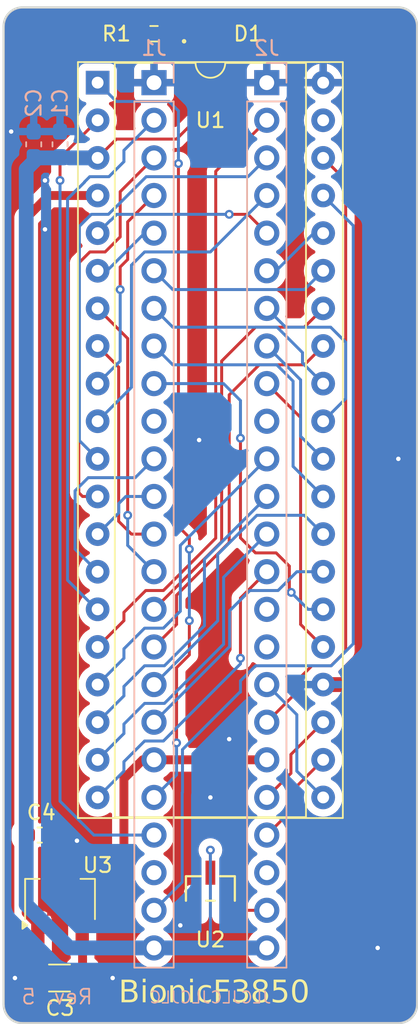
<source format=kicad_pcb>
(kicad_pcb (version 20221018) (generator pcbnew)
  (title_block (title "BionicF3850") (date "2024-04-24") (rev "5") (company "Tadashi G. Takaoka"))
  (layers (0 "F.Cu" signal) (31 "B.Cu" signal) (34 "B.Paste" user) (35 "F.Paste" user) (36 "B.SilkS" user "B.Silkscreen") (37 "F.SilkS" user "F.Silkscreen") (38 "B.Mask" user) (39 "F.Mask" user) (44 "Edge.Cuts" user))
  (net 0 "")
  (net 1 "VCC")
  (net 2 "GND")
  (net 3 "/P53")
  (net 4 "/P26")
  (net 5 "Net-(U1-VGG)")
  (net 6 "/P27")
  (net 7 "/P46")
  (net 9 "+15V")
  (net 10 "/P24")
  (net 11 "/P23")
  (net 12 "/P22")
  (net 13 "/P21")
  (net 14 "/P20")
  (net 15 "/P34")
  (net 17 "/P35")
  (net 18 "/P17")
  (net 19 "/P36")
  (net 20 "/P16")
  (net 21 "/P47")
  (net 22 "/P15")
  (net 23 "/P40")
  (net 24 "/P14")
  (net 25 "/P41")
  (net 26 "/P13")
  (net 27 "/P42")
  (net 28 "/P12")
  (net 29 "/P11")
  (net 30 "/P10")
  (net 31 "/P33")
  (net 32 "/P32")
  (net 33 "/P31")
  (net 34 "/P30")
  (net 35 "/P55")
  (net 36 "/P37")
  (net 37 "/P25")
  (net 38 "/P54")
  (net 39 "/P50")
  (net 40 "/P43")
  (net 42 "/P51")
  (net 43 "Net-(J2-P57)")
  (net 48 "Net-(D1-K)")
  (footprint "Capacitor_SMD:C_1206_3216Metric_Pad1.33x1.80mm_HandSolder" (layer "F.Cu") (at 104.7715 135.532 180)
    (fp_text reference "C3" (at -0.0385 -2.032) (layer "F.SilkS"))
    (fp_text value "0.33u")
    (fp_line (start -0.711252 -0.91) (end 0.711252 -0.91) (stroke (width 0.12)) (layer "F.SilkS"))
    (fp_line (start -0.711252 0.91) (end 0.711252 0.91) (stroke (width 0.12)) (layer "F.SilkS"))
    (pad "1" smd roundrect (at -1.5625 0 180) (size 1.325 1.8) (layers "F.Cu" "F.Paste" "F.Mask") (roundrect_rratio 0.1886792453) (net 9 "+15V"))
    (pad "2" smd roundrect (at 1.5625 0 180) (size 1.325 1.8) (layers "F.Cu" "F.Paste" "F.Mask") (roundrect_rratio 0.1886792453) (net 2 "GND"))
  )
  (footprint "Capacitor_SMD:C_0603_1608Metric_Pad1.08x0.95mm_HandSolder" (layer "F.Cu") (at 103.4395 125.88)
    (fp_text reference "C4" (at 0.1005 -1.524) (layer "F.SilkS"))
    (fp_text value "0.1u")
    (fp_line (start -0.146267 -0.51) (end 0.146267 -0.51) (stroke (width 0.12)) (layer "F.SilkS"))
    (fp_line (start -0.146267 0.51) (end 0.146267 0.51) (stroke (width 0.12)) (layer "F.SilkS"))
    (pad "1" smd roundrect (at -0.8625 0) (size 1.075 0.95) (layers "F.Cu" "F.Paste" "F.Mask") (net 5 "Net-(U1-VGG)"))
    (pad "2" smd roundrect (at 0.8625 0) (size 1.075 0.95) (layers "F.Cu" "F.Paste" "F.Mask") (net 2 "GND"))
  )
  (footprint "0-LocalLibrary:LED_CSL1901UW1_ROM" (layer "F.Cu") (at 114.97 71.778)
    (fp_text reference "D1" (at 2.54 0 unlocked) (layer "F.SilkS"))
    (fp_text value "CSL1901UW1")
    (fp_circle (center -1.778 0.508) (end -1.7018 0.508) (stroke (width 0.1524)) (fill none) (layer "F.SilkS"))
    (pad "1" smd rect (at -0.7747 0) (size 0.762 0.7112) (layers "F.Cu" "F.Paste" "F.Mask") (net 48 "Net-(D1-K)"))
    (pad "2" smd rect (at 0.7747 0) (size 0.762 0.7112) (layers "F.Cu" "F.Paste" "F.Mask") (net 1 "VCC"))
    (zone (net 0) (net_name "") (layer "F.Cu") (connect_pads (clearance 0)) (min_thickness 0.254)
      (keepout (tracks not_allowed) (vias not_allowed) (pads allowed) (copperpour not_allowed) (footprints allowed))
      (fill (thermal_gap 0.508) (thermal_bridge_width 0.508))
      (polygon (pts (xy 114.6271 71.4224) (xy 115.3129 71.4224) (xy 115.3129 72.1336) (xy 114.6271 72.1336)))
    )
  )
  (footprint "Resistor_SMD:R_0603_1608Metric_Pad0.98x0.95mm_HandSolder" (layer "F.Cu") (at 111.16 71.778 180)
    (fp_text reference "R1" (at 2.54 0) (layer "F.SilkS"))
    (fp_text value "1.6k")
    (fp_line (start -0.254724 -0.5225) (end 0.254724 -0.5225) (stroke (width 0.12)) (layer "F.SilkS"))
    (fp_line (start -0.254724 0.5225) (end 0.254724 0.5225) (stroke (width 0.12)) (layer "F.SilkS"))
    (pad "1" smd roundrect (at -0.9125 0 180) (size 0.975 0.95) (layers "F.Cu" "F.Paste" "F.Mask") (net 48 "Net-(D1-K)"))
    (pad "2" smd roundrect (at 0.9125 0 180) (size 0.975 0.95) (layers "F.Cu" "F.Paste" "F.Mask") (net 2 "GND"))
  )
  (footprint "0-LocalLibrary:DIP-40_W15.24mm_Socket" (layer "F.Cu") (at 107.35 75.08)
    (fp_text reference "U1" (at 7.62 2.54) (layer "F.SilkS"))
    (fp_text value "F3850")
    (fp_line (start -1.33 -1.39) (end -1.33 49.65) (stroke (width 0.12)) (layer "F.SilkS"))
    (fp_line (start -1.33 49.65) (end 16.57 49.65) (stroke (width 0.12)) (layer "F.SilkS"))
    (fp_line (start 1.16 -1.33) (end 1.16 49.59) (stroke (width 0.12)) (layer "F.SilkS"))
    (fp_line (start 1.16 49.59) (end 14.08 49.59) (stroke (width 0.12)) (layer "F.SilkS"))
    (fp_line (start 6.62 -1.33) (end 1.16 -1.33) (stroke (width 0.12)) (layer "F.SilkS"))
    (fp_line (start 14.08 -1.33) (end 8.62 -1.33) (stroke (width 0.12)) (layer "F.SilkS"))
    (fp_line (start 14.08 49.59) (end 14.08 -1.33) (stroke (width 0.12)) (layer "F.SilkS"))
    (fp_line (start 16.57 -1.39) (end -1.33 -1.39) (stroke (width 0.12)) (layer "F.SilkS"))
    (fp_line (start 16.57 49.65) (end 16.57 -1.39) (stroke (width 0.12)) (layer "F.SilkS"))
    (fp_arc (start 8.62 -1.33) (mid 7.62 -0.33) (end 6.62 -1.33) (stroke (width 0.12)) (layer "F.SilkS"))
    (pad "1" thru_hole rect locked (at 0 0) (size 1.6 1.6) (drill 0.8) (layers "*.Cu" "*.Mask") (net 39 "/P50"))
    (pad "2" thru_hole oval locked (at 0 2.54) (size 1.6 1.6) (drill 0.8) (layers "*.Cu" "*.Mask") (net 42 "/P51"))
    (pad "3" thru_hole oval locked (at 0 5.08) (size 1.6 1.6) (drill 0.8) (layers "*.Cu" "*.Mask") (net 1 "VCC"))
    (pad "4" thru_hole oval locked (at 0 7.62) (size 1.6 1.6) (drill 0.8) (layers "*.Cu" "*.Mask") (net 5 "Net-(U1-VGG)"))
    (pad "5" thru_hole oval locked (at 0 10.16) (size 1.6 1.6) (drill 0.8) (layers "*.Cu" "*.Mask") (net 11 "/P23"))
    (pad "6" thru_hole oval locked (at 0 12.7) (size 1.6 1.6) (drill 0.8) (layers "*.Cu" "*.Mask") (net 26 "/P13"))
    (pad "7" thru_hole oval locked (at 0 15.24) (size 1.6 1.6) (drill 0.8) (layers "*.Cu" "*.Mask") (net 31 "/P33"))
    (pad "8" thru_hole oval locked (at 0 17.78) (size 1.6 1.6) (drill 0.8) (layers "*.Cu" "*.Mask") (net 32 "/P32"))
    (pad "9" thru_hole oval locked (at 0 20.32) (size 1.6 1.6) (drill 0.8) (layers "*.Cu" "*.Mask") (net 28 "/P12"))
    (pad "10" thru_hole oval locked (at 0 22.86) (size 1.6 1.6) (drill 0.8) (layers "*.Cu" "*.Mask") (net 12 "/P22"))
    (pad "11" thru_hole oval locked (at 0 25.4) (size 1.6 1.6) (drill 0.8) (layers "*.Cu" "*.Mask") (net 13 "/P21"))
    (pad "12" thru_hole oval locked (at 0 27.94) (size 1.6 1.6) (drill 0.8) (layers "*.Cu" "*.Mask") (net 29 "/P11"))
    (pad "13" thru_hole oval locked (at 0 30.48) (size 1.6 1.6) (drill 0.8) (layers "*.Cu" "*.Mask") (net 33 "/P31"))
    (pad "14" thru_hole oval locked (at 0 33.02) (size 1.6 1.6) (drill 0.8) (layers "*.Cu" "*.Mask") (net 34 "/P30"))
    (pad "15" thru_hole oval locked (at 0 35.56) (size 1.6 1.6) (drill 0.8) (layers "*.Cu" "*.Mask") (net 30 "/P10"))
    (pad "16" thru_hole oval locked (at 0 38.1) (size 1.6 1.6) (drill 0.8) (layers "*.Cu" "*.Mask") (net 14 "/P20"))
    (pad "17" thru_hole oval locked (at 0 40.64) (size 1.6 1.6) (drill 0.8) (layers "*.Cu" "*.Mask") (net 23 "/P40"))
    (pad "18" thru_hole oval locked (at 0 43.18) (size 1.6 1.6) (drill 0.8) (layers "*.Cu" "*.Mask") (net 25 "/P41"))
    (pad "19" thru_hole oval locked (at 0 45.72) (size 1.6 1.6) (drill 0.8) (layers "*.Cu" "*.Mask") (net 27 "/P42"))
    (pad "20" thru_hole oval locked (at 0 48.26) (size 1.6 1.6) (drill 0.8) (layers "*.Cu" "*.Mask") (net 40 "/P43"))
    (pad "21" thru_hole oval locked (at 15.24 48.26) (size 1.6 1.6) (drill 0.8) (layers "*.Cu" "*.Mask") (net 7 "/P46"))
    (pad "22" thru_hole oval locked (at 15.24 45.72) (size 1.6 1.6) (drill 0.8) (layers "*.Cu" "*.Mask") (net 38 "/P54"))
    (pad "23" thru_hole oval locked (at 15.24 43.18) (size 1.6 1.6) (drill 0.8) (layers "*.Cu" "*.Mask") (net 35 "/P55"))
    (pad "24" thru_hole oval locked (at 15.24 40.64) (size 1.6 1.6) (drill 0.8) (layers "*.Cu" "*.Mask") (net 2 "GND"))
    (pad "25" thru_hole oval locked (at 15.24 38.1) (size 1.6 1.6) (drill 0.8) (layers "*.Cu" "*.Mask") (net 6 "/P27"))
    (pad "26" thru_hole oval locked (at 15.24 35.56) (size 1.6 1.6) (drill 0.8) (layers "*.Cu" "*.Mask") (net 18 "/P17"))
    (pad "27" thru_hole oval locked (at 15.24 33.02) (size 1.6 1.6) (drill 0.8) (layers "*.Cu" "*.Mask") (net 36 "/P37"))
    (pad "28" thru_hole oval locked (at 15.24 30.48) (size 1.6 1.6) (drill 0.8) (layers "*.Cu" "*.Mask") (net 19 "/P36"))
    (pad "29" thru_hole oval locked (at 15.24 27.94) (size 1.6 1.6) (drill 0.8) (layers "*.Cu" "*.Mask") (net 20 "/P16"))
    (pad "30" thru_hole oval locked (at 15.24 25.4) (size 1.6 1.6) (drill 0.8) (layers "*.Cu" "*.Mask") (net 4 "/P26"))
    (pad "31" thru_hole oval locked (at 15.24 22.86) (size 1.6 1.6) (drill 0.8) (layers "*.Cu" "*.Mask") (net 37 "/P25"))
    (pad "32" thru_hole oval locked (at 15.24 20.32) (size 1.6 1.6) (drill 0.8) (layers "*.Cu" "*.Mask") (net 22 "/P15"))
    (pad "33" thru_hole oval locked (at 15.24 17.78) (size 1.6 1.6) (drill 0.8) (layers "*.Cu" "*.Mask") (net 17 "/P35"))
    (pad "34" thru_hole oval locked (at 15.24 15.24) (size 1.6 1.6) (drill 0.8) (layers "*.Cu" "*.Mask") (net 15 "/P34"))
    (pad "35" thru_hole oval locked (at 15.24 12.7) (size 1.6 1.6) (drill 0.8) (layers "*.Cu" "*.Mask") (net 24 "/P14"))
    (pad "36" thru_hole oval locked (at 15.24 10.16) (size 1.6 1.6) (drill 0.8) (layers "*.Cu" "*.Mask") (net 10 "/P24"))
    (pad "37" thru_hole oval locked (at 15.24 7.62) (size 1.6 1.6) (drill 0.8) (layers "*.Cu" "*.Mask") (net 3 "/P53"))
    (pad "38" thru_hole oval locked (at 15.24 5.08) (size 1.6 1.6) (drill 0.8) (layers "*.Cu" "*.Mask") (net 21 "/P47"))
    (pad "39" thru_hole oval locked (at 15.24 2.54) (size 1.6 1.6) (drill 0.8) (layers "*.Cu" "*.Mask"))
    (pad "40" thru_hole oval locked (at 15.24 0) (size 1.6 1.6) (drill 0.8) (layers "*.Cu" "*.Mask") (net 2 "GND"))
  )
  (footprint "0-LocalLibrary:SOT-23_MC_MCH-M" (layer "F.Cu") (at 114.97 129.486)
    (fp_text reference "U2" (at 0 3.4544 unlocked) (layer "F.SilkS"))
    (fp_text value "11AA010-I/TT")
    (fp_line (start -1.652 -0.827) (end -1.652 0.827) (stroke (width 0.1524)) (layer "F.SilkS"))
    (fp_line (start -0.66294 -0.827) (end -1.652 -0.827) (stroke (width 0.1524)) (layer "F.SilkS"))
    (fp_line (start -0.287061 0.827) (end 0.287061 0.827) (stroke (width 0.1524)) (layer "F.SilkS"))
    (fp_line (start 1.652 -0.827) (end 0.66294 -0.827) (stroke (width 0.1524)) (layer "F.SilkS"))
    (fp_line (start 1.652 0.827) (end 1.652 -0.827) (stroke (width 0.1524)) (layer "F.SilkS"))
    (pad "1" smd rect (at -0.950001 1.066) (size 0.6604 1.6256) (layers "F.Cu" "F.Paste" "F.Mask") (net 2 "GND"))
    (pad "2" smd rect (at 0.950001 1.066) (size 0.6604 1.6256) (layers "F.Cu" "F.Paste" "F.Mask") (net 43 "Net-(J2-P57)"))
    (pad "3" smd rect (at 0 -1.066) (size 0.6604 1.6256) (layers "F.Cu" "F.Paste" "F.Mask") (net 1 "VCC"))
  )
  (footprint "0-LocalLibrary:SOT-89-3_Handsoldering" (layer "F.Cu") (at 104.81 130.198 90)
    (fp_text reference "U3" (at 2.286 2.54 180) (layer "F.SilkS"))
    (fp_text value "LM78L12")
    (fp_line (start -1.36 -2.36) (end 1.36 -2.36) (stroke (width 0.12)) (layer "F.SilkS"))
    (fp_line (start -1.22 -2.36) (end 1.36 -2.36) (stroke (width 0.12)) (layer "F.SilkS"))
    (fp_line (start 1.36 -1.38) (end 1.36 -2.36) (stroke (width 0.12)) (layer "F.SilkS"))
    (fp_line (start 1.36 1.38) (end 1.36 2.36) (stroke (width 0.12)) (layer "F.SilkS"))
    (fp_line (start 1.36 2.36) (end -1.36 2.36) (stroke (width 0.12)) (layer "F.SilkS"))
    (fp_poly (pts (xy -1.77 -2.21) (xy -2.01 -2.54) (xy -1.53 -2.54) (xy -1.77 -2.21)) (stroke (width 0.12)) (fill solid) (layer "F.SilkS"))
    (pad "1" smd roundrect (at -2.45 -1.5 90) (size 2.3 0.9) (layers "F.Cu" "F.Paste" "F.Mask") (net 5 "Net-(U1-VGG)"))
    (pad "2" smd custom (at -2.3625 0 90) (size 2.475 0.9) (layers "F.Cu" "F.Paste" "F.Mask") (net 2 "GND") (options (clearance outline) (anchor rect)) (primitives (gr_poly (pts (xy 5.3625 0.8665) (xy 1.2375 0.8665) (xy 1.2375 -0.8665) (xy 5.3625 -0.8665)) (width 0) (fill yes))))
    (pad "3" smd roundrect (at -2.45 1.5 90) (size 2.3 0.9) (layers "F.Cu" "F.Paste" "F.Mask") (net 9 "+15V"))
  )
  (footprint "Capacitor_SMD:C_0603_1608Metric_Pad1.08x0.95mm_HandSolder" (layer "B.Cu") (at 103.032 79.2445 90)
    (fp_text reference "C2" (at 2.794 0 90) (layer "B.SilkS") (effects (justify mirror)))
    (fp_text value "22u")
    (fp_line (start -0.146267 -0.51) (end 0.146267 -0.51) (stroke (width 0.12)) (layer "B.SilkS"))
    (fp_line (start -0.146267 0.51) (end 0.146267 0.51) (stroke (width 0.12)) (layer "B.SilkS"))
    (pad "1" smd roundrect (at -0.8625 0 90) (size 1.075 0.95) (layers "B.Cu" "B.Paste" "B.Mask") (net 1 "VCC"))
    (pad "2" smd roundrect (at 0.8625 0 90) (size 1.075 0.95) (layers "B.Cu" "B.Paste" "B.Mask") (net 2 "GND"))
  )
  (footprint "Capacitor_SMD:C_0603_1608Metric_Pad1.08x0.95mm_HandSolder" (layer "B.Cu") (at 104.81 79.2445 90)
    (fp_text reference "C1" (at 2.794 0 90) (layer "B.SilkS") (effects (justify mirror)))
    (fp_text value "0.1u")
    (fp_line (start -0.146267 -0.51) (end 0.146267 -0.51) (stroke (width 0.12)) (layer "B.SilkS"))
    (fp_line (start -0.146267 0.51) (end 0.146267 0.51) (stroke (width 0.12)) (layer "B.SilkS"))
    (pad "1" smd roundrect (at -0.8625 0 90) (size 1.075 0.95) (layers "B.Cu" "B.Paste" "B.Mask") (net 1 "VCC"))
    (pad "2" smd roundrect (at 0.8625 0 90) (size 1.075 0.95) (layers "B.Cu" "B.Paste" "B.Mask") (net 2 "GND"))
  )
  (footprint "0-LocalLibrary:Bionic-P135_Vertical" (layer "B.Cu") (at 111.16 75.08 180)
    (fp_text reference "J1" (at 0 2.33) (layer "B.SilkS") (effects (justify mirror)))
    (fp_text value "Bionic-P135")
    (fp_line (start -1.33 -59.75) (end 1.33 -59.75) (stroke (width 0.12)) (layer "B.SilkS"))
    (fp_line (start -1.33 -1.27) (end -1.33 -59.75) (stroke (width 0.12)) (layer "B.SilkS"))
    (fp_line (start -1.33 -1.27) (end 1.33 -1.27) (stroke (width 0.12)) (layer "B.SilkS"))
    (fp_line (start -1.33 0) (end -1.33 1.33) (stroke (width 0.12)) (layer "B.SilkS"))
    (fp_line (start -1.33 1.33) (end 0 1.33) (stroke (width 0.12)) (layer "B.SilkS"))
    (fp_line (start 1.33 -1.27) (end 1.33 -59.75) (stroke (width 0.12)) (layer "B.SilkS"))
    (pad "1" thru_hole rect locked (at 0 0 180) (size 1.7 1.7) (drill 1) (layers "*.Cu" "*.Mask") (net 2 "GND"))
    (pad "2" thru_hole oval locked (at 0 -2.54 180) (size 1.7 1.7) (drill 1) (layers "*.Cu" "*.Mask") (net 30 "/P10"))
    (pad "3" thru_hole oval locked (at 0 -5.08 180) (size 1.7 1.7) (drill 1) (layers "*.Cu" "*.Mask") (net 29 "/P11"))
    (pad "4" thru_hole oval locked (at 0 -7.62 180) (size 1.7 1.7) (drill 1) (layers "*.Cu" "*.Mask") (net 28 "/P12"))
    (pad "5" thru_hole oval locked (at 0 -10.16 180) (size 1.7 1.7) (drill 1) (layers "*.Cu" "*.Mask") (net 26 "/P13"))
    (pad "6" thru_hole oval locked (at 0 -12.7 180) (size 1.7 1.7) (drill 1) (layers "*.Cu" "*.Mask") (net 24 "/P14"))
    (pad "7" thru_hole oval locked (at 0 -15.24 180) (size 1.7 1.7) (drill 1) (layers "*.Cu" "*.Mask") (net 22 "/P15"))
    (pad "8" thru_hole oval locked (at 0 -17.78 180) (size 1.7 1.7) (drill 1) (layers "*.Cu" "*.Mask") (net 20 "/P16"))
    (pad "9" thru_hole oval locked (at 0 -20.32 180) (size 1.7 1.7) (drill 1) (layers "*.Cu" "*.Mask") (net 18 "/P17"))
    (pad "10" thru_hole oval locked (at 0 -22.86 180) (size 1.7 1.7) (drill 1) (layers "*.Cu" "*.Mask"))
    (pad "11" thru_hole oval locked (at 0 -25.4 180) (size 1.7 1.7) (drill 1) (layers "*.Cu" "*.Mask") (net 34 "/P30"))
    (pad "12" thru_hole oval locked (at 0 -27.94 180) (size 1.7 1.7) (drill 1) (layers "*.Cu" "*.Mask") (net 33 "/P31"))
    (pad "13" thru_hole oval locked (at 0 -30.48 180) (size 1.7 1.7) (drill 1) (layers "*.Cu" "*.Mask") (net 32 "/P32"))
    (pad "14" thru_hole oval locked (at 0 -33.02 180) (size 1.7 1.7) (drill 1) (layers "*.Cu" "*.Mask") (net 31 "/P33"))
    (pad "15" thru_hole oval locked (at 0 -35.56 180) (size 1.7 1.7) (drill 1) (layers "*.Cu" "*.Mask") (net 15 "/P34"))
    (pad "16" thru_hole oval locked (at 0 -38.1 180) (size 1.7 1.7) (drill 1) (layers "*.Cu" "*.Mask") (net 17 "/P35"))
    (pad "17" thru_hole oval locked (at 0 -40.64 180) (size 1.7 1.7) (drill 1) (layers "*.Cu" "*.Mask") (net 19 "/P36"))
    (pad "18" thru_hole oval locked (at 0 -43.18 180) (size 1.7 1.7) (drill 1) (layers "*.Cu" "*.Mask") (net 36 "/P37"))
    (pad "19" thru_hole oval locked (at 0 -45.72 180) (size 1.7 1.7) (drill 1) (layers "*.Cu" "*.Mask") (net 9 "+15V"))
    (pad "20" thru_hole oval locked (at 0 -48.26 180) (size 1.7 1.7) (drill 1) (layers "*.Cu" "*.Mask") (net 39 "/P50"))
    (pad "21" thru_hole oval locked (at 0 -50.8 180) (size 1.7 1.7) (drill 1) (layers "*.Cu" "*.Mask") (net 42 "/P51"))
    (pad "22" thru_hole oval locked (at 0 -53.34 180) (size 1.7 1.7) (drill 1) (layers "*.Cu" "*.Mask"))
    (pad "23" thru_hole oval locked (at 0 -55.88 180) (size 1.7 1.7) (drill 1) (layers "*.Cu" "*.Mask") (net 3 "/P53"))
    (pad "24" thru_hole oval locked (at 0 -58.42 180) (size 1.7 1.7) (drill 1) (layers "*.Cu" "*.Mask") (net 1 "VCC"))
  )
  (footprint "0-LocalLibrary:Bionic-P245_Vertical" (layer "B.Cu") (at 118.78 75.08 180)
    (fp_text reference "J2" (at 0 2.33) (layer "B.SilkS") (effects (justify mirror)))
    (fp_text value "Bionic-P245")
    (fp_line (start -1.33 -59.75) (end 1.33 -59.75) (stroke (width 0.12)) (layer "B.SilkS"))
    (fp_line (start -1.33 -1.27) (end -1.33 -59.75) (stroke (width 0.12)) (layer "B.SilkS"))
    (fp_line (start -1.33 -1.27) (end 1.33 -1.27) (stroke (width 0.12)) (layer "B.SilkS"))
    (fp_line (start -1.33 0) (end -1.33 1.33) (stroke (width 0.12)) (layer "B.SilkS"))
    (fp_line (start -1.33 1.33) (end 0 1.33) (stroke (width 0.12)) (layer "B.SilkS"))
    (fp_line (start 1.33 -1.27) (end 1.33 -59.75) (stroke (width 0.12)) (layer "B.SilkS"))
    (pad "25" thru_hole oval locked (at 0 -58.42 180) (size 1.7 1.7) (drill 1) (layers "*.Cu" "*.Mask") (net 1 "VCC"))
    (pad "26" thru_hole oval locked (at 0 -55.88 180) (size 1.7 1.7) (drill 1) (layers "*.Cu" "*.Mask") (net 43 "Net-(J2-P57)"))
    (pad "27" thru_hole oval locked (at 0 -53.34 180) (size 1.7 1.7) (drill 1) (layers "*.Cu" "*.Mask"))
    (pad "28" thru_hole oval locked (at 0 -50.8 180) (size 1.7 1.7) (drill 1) (layers "*.Cu" "*.Mask") (net 38 "/P54"))
    (pad "29" thru_hole oval locked (at 0 -48.26 180) (size 1.7 1.7) (drill 1) (layers "*.Cu" "*.Mask") (net 35 "/P55"))
    (pad "30" thru_hole oval locked (at 0 -45.72 180) (size 1.7 1.7) (drill 1) (layers "*.Cu" "*.Mask") (net 9 "+15V"))
    (pad "31" thru_hole oval locked (at 0 -43.18 180) (size 1.7 1.7) (drill 1) (layers "*.Cu" "*.Mask") (net 21 "/P47"))
    (pad "32" thru_hole oval locked (at 0 -40.64 180) (size 1.7 1.7) (drill 1) (layers "*.Cu" "*.Mask") (net 7 "/P46"))
    (pad "33" thru_hole oval locked (at 0 -38.1 180) (size 1.7 1.7) (drill 1) (layers "*.Cu" "*.Mask"))
    (pad "34" thru_hole oval locked (at 0 -35.56 180) (size 1.7 1.7) (drill 1) (layers "*.Cu" "*.Mask"))
    (pad "35" thru_hole oval locked (at 0 -33.02 180) (size 1.7 1.7) (drill 1) (layers "*.Cu" "*.Mask") (net 40 "/P43"))
    (pad "36" thru_hole oval locked (at 0 -30.48 180) (size 1.7 1.7) (drill 1) (layers "*.Cu" "*.Mask") (net 27 "/P42"))
    (pad "37" thru_hole oval locked (at 0 -27.94 180) (size 1.7 1.7) (drill 1) (layers "*.Cu" "*.Mask") (net 25 "/P41"))
    (pad "38" thru_hole oval locked (at 0 -25.4 180) (size 1.7 1.7) (drill 1) (layers "*.Cu" "*.Mask") (net 23 "/P40"))
    (pad "39" thru_hole oval locked (at 0 -22.86 180) (size 1.7 1.7) (drill 1) (layers "*.Cu" "*.Mask"))
    (pad "40" thru_hole oval locked (at 0 -20.32 180) (size 1.7 1.7) (drill 1) (layers "*.Cu" "*.Mask") (net 6 "/P27"))
    (pad "41" thru_hole oval locked (at 0 -17.78 180) (size 1.7 1.7) (drill 1) (layers "*.Cu" "*.Mask") (net 4 "/P26"))
    (pad "42" thru_hole oval locked (at 0 -15.24 180) (size 1.7 1.7) (drill 1) (layers "*.Cu" "*.Mask") (net 37 "/P25"))
    (pad "43" thru_hole oval locked (at 0 -12.7 180) (size 1.7 1.7) (drill 1) (layers "*.Cu" "*.Mask") (net 10 "/P24"))
    (pad "44" thru_hole oval locked (at 0 -10.16 180) (size 1.7 1.7) (drill 1) (layers "*.Cu" "*.Mask") (net 11 "/P23"))
    (pad "45" thru_hole oval locked (at 0 -7.62 180) (size 1.7 1.7) (drill 1) (layers "*.Cu" "*.Mask") (net 12 "/P22"))
    (pad "46" thru_hole oval locked (at 0 -5.08 180) (size 1.7 1.7) (drill 1) (layers "*.Cu" "*.Mask") (net 13 "/P21"))
    (pad "47" thru_hole oval locked (at 0 -2.54 180) (size 1.7 1.7) (drill 1) (layers "*.Cu" "*.Mask") (net 14 "/P20"))
    (pad "48" thru_hole rect locked (at 0 0 180) (size 1.7 1.7) (drill 1) (layers "*.Cu" "*.Mask") (net 2 "GND"))
  )
  (gr_arc (start 128.94 137.31) (mid 128.568026 138.208026) (end 127.67 138.58) (stroke (width 0.15)) (layer "Edge.Cuts"))
  (gr_line (start 101 71.27) (end 101 137.31) (stroke (width 0.15)) (layer "Edge.Cuts"))
  (gr_arc (start 102.27 138.58) (mid 101.371974 138.208026) (end 101 137.31) (stroke (width 0.15)) (layer "Edge.Cuts"))
  (gr_arc (start 127.67 70) (mid 128.568026 70.371974) (end 128.94 71.27) (stroke (width 0.15)) (layer "Edge.Cuts"))
  (gr_line (start 102.27 138.58) (end 127.67 138.58) (stroke (width 0.15)) (layer "Edge.Cuts"))
  (gr_arc (start 101 71.27) (mid 101.371974 70.371974) (end 102.27 70) (stroke (width 0.15)) (layer "Edge.Cuts"))
  (gr_line (start 128.94 137.31) (end 128.94 71.27) (stroke (width 0.15)) (layer "Edge.Cuts"))
  (gr_line (start 127.67 70) (end 102.27 70) (stroke (width 0.15)) (layer "Edge.Cuts"))
  (gr_text "JLCJLCJLCJLC" (at 114.97 137.31) (layer "B.SilkS") (effects (font (size 0.8 0.8)) (justify bottom mirror)))
  (gr_text "Rev. 5" (at 107.096 136.802) (layer "B.SilkS") (effects (font (size 1 1)) (justify left mirror)))
  (gr_text "BionicF3850" (at 115.224 136.548) (layer "F.SilkS") (effects (font (size 1.5 1.5))))
  (segment (start 112.684 78.89) (end 115.7447 75.8293) (width 0.2) (layer "F.Cu") (net 1))
  (segment (start 115.7447 75.8293) (end 115.7447 71.778) (width 0.2) (layer "F.Cu") (net 1))
  (segment (start 107.35 80.16) (end 108.62 78.89) (width 0.2) (layer "F.Cu") (net 1))
  (segment (start 114.97 128.624) (end 114.97 126.896) (width 0.2) (layer "F.Cu") (net 1))
  (segment (start 108.62 78.89) (end 112.684 78.89) (width 0.2) (layer "F.Cu") (net 1))
  (via (at 114.97 126.896) (size 0.6) (drill 0.3) (layers "F.Cu" "B.Cu") (net 1))
  (segment (start 111.16 133.5) (end 105.445 133.5) (width 1) (layer "B.Cu") (net 1))
  (segment (start 102.524 80.922) (end 103.286 80.16) (width 1) (layer "B.Cu") (net 1))
  (segment (start 104.9635 80.16) (end 104.81 80.0065) (width 0.2) (layer "B.Cu") (net 1))
  (segment (start 105.064 80.16) (end 104.9635 80.16) (width 0.2) (layer "B.Cu") (net 1))
  (segment (start 111.16 133.5) (end 118.78 133.5) (width 1) (layer "B.Cu") (net 1))
  (segment (start 102.524 130.579) (end 102.524 80.922) (width 1) (layer "B.Cu") (net 1))
  (segment (start 114.97 126.896) (end 114.97 133.5) (width 0.2) (layer "B.Cu") (net 1))
  (segment (start 103.286 80.16) (end 105.064 80.16) (width 1) (layer "B.Cu") (net 1))
  (segment (start 105.445 80.16) (end 107.35 80.16) (width 1) (layer "B.Cu") (net 1))
  (segment (start 105.445 133.5) (end 102.524 130.579) (width 1) (layer "B.Cu") (net 1))
  (segment (start 105.445 80.16) (end 105.064 80.16) (width 0.2) (layer "B.Cu") (net 1))
  (segment (start 122.59 115.72) (end 124.876 115.72) (width 1) (layer "F.Cu") (net 2))
  (via (at 103.794 81.684) (size 0.6) (drill 0.3) (layers "F.Cu" "B.Cu") (net 2))
  (via (at 127.67 100.48) (size 0.6) (drill 0.3) (layers "F.Cu" "B.Cu") (net 2))
  (via (at 112.938 131.976) (size 0.6) (drill 0.3) (layers "F.Cu" "B.Cu") (net 2))
  (via (at 126.273 133.5) (size 0.6) (drill 0.3) (layers "F.Cu" "B.Cu") (net 2))
  (via (at 101.762 135.532) (size 0.6) (drill 0.3) (layers "F.Cu" "B.Cu") (net 2))
  (via (at 101.508 78.382) (size 0.6) (drill 0.3) (layers "F.Cu" "B.Cu") (net 2))
  (via (at 103.794 84.986) (size 0.6) (drill 0.3) (layers "F.Cu" "B.Cu") (net 2))
  (via (at 108.366 135.532) (size 0.6) (drill 0.3) (layers "F.Cu" "B.Cu") (net 2))
  (via (at 114.97 123.34) (size 0.6) (drill 0.3) (layers "F.Cu" "B.Cu") (net 2))
  (via (at 116.24 119.403) (size 0.6) (drill 0.3) (layers "F.Cu" "B.Cu") (net 2))
  (via (at 114.208 99.21) (size 0.6) (drill 0.3) (layers "F.Cu" "B.Cu") (net 2))
  (via (at 105.953 126.261) (size 0.6) (drill 0.3) (layers "F.Cu" "B.Cu") (net 2))
  (segment (start 113.065 129.055) (end 113.065 123.016686) (width 0.2) (layer "B.Cu") (net 3))
  (segment (start 123.13945 114.45) (end 124.622 112.96745) (width 0.2) (layer "B.Cu") (net 3))
  (segment (start 124.622 112.96745) (end 124.622 84.732) (width 0.2) (layer "B.Cu") (net 3))
  (segment (start 118.018 114.45) (end 123.13945 114.45) (width 0.2) (layer "B.Cu") (net 3))
  (segment (start 113.065 123.016686) (end 113.084 122.997685) (width 0.2) (layer "B.Cu") (net 3))
  (segment (start 117.002 116.228) (end 117.002 115.466) (width 0.2) (layer "B.Cu") (net 3))
  (segment (start 113.084 120.105529) (end 116.961529 116.228) (width 0.2) (layer "B.Cu") (net 3))
  (segment (start 117.002 115.466) (end 118.018 114.45) (width 0.2) (layer "B.Cu") (net 3))
  (segment (start 111.16 130.96) (end 113.065 129.055) (width 0.2) (layer "B.Cu") (net 3))
  (segment (start 124.622 84.732) (end 122.59 82.7) (width 0.2) (layer "B.Cu") (net 3))
  (segment (start 113.084 122.997685) (end 113.084 120.105529) (width 0.2) (layer "B.Cu") (net 3))
  (segment (start 116.961529 116.228) (end 117.002 116.228) (width 0.2) (layer "B.Cu") (net 3))
  (segment (start 122.59 100.48) (end 121.066 98.956) (width 0.2) (layer "B.Cu") (net 4))
  (segment (start 121.066 95.146) (end 118.78 92.86) (width 0.2) (layer "B.Cu") (net 4))
  (segment (start 121.066 98.956) (end 121.066 95.146) (width 0.2) (layer "B.Cu") (net 4))
  (segment (start 102.524 84.224) (end 104.048 82.7) (width 0.6) (layer "F.Cu") (net 5))
  (segment (start 103.31 132.648) (end 103.31 131.9238) (width 0.6) (layer "F.Cu") (net 5))
  (segment (start 102.524 131.1378) (end 102.524 84.224) (width 0.6) (layer "F.Cu") (net 5))
  (segment (start 103.31 131.9238) (end 102.524 131.1378) (width 0.6) (layer "F.Cu") (net 5))
  (segment (start 104.048 82.7) (end 107.35 82.7) (width 0.6) (layer "F.Cu") (net 5))
  (segment (start 121.066 111.656) (end 122.59 113.18) (width 0.2) (layer "F.Cu") (net 6))
  (segment (start 121.066 97.686) (end 121.066 111.656) (width 0.2) (layer "F.Cu") (net 6))
  (segment (start 118.78 95.4) (end 121.066 97.686) (width 0.2) (layer "F.Cu") (net 6))
  (segment (start 120.812 117.752) (end 120.812 121.562) (width 0.2) (layer "B.Cu") (net 7))
  (segment (start 120.812 121.562) (end 122.59 123.34) (width 0.2) (layer "B.Cu") (net 7))
  (segment (start 118.78 115.72) (end 120.812 117.752) (width 0.2) (layer "B.Cu") (net 7))
  (segment (start 118.78 120.8) (end 111.16 120.8) (width 0.6) (layer "F.Cu") (net 9))
  (segment (start 110.398 120.8) (end 109.128 122.07) (width 0.6) (layer "F.Cu") (net 9))
  (segment (start 109.128 128.928) (end 106.334 131.722) (width 0.6) (layer "F.Cu") (net 9))
  (segment (start 111.16 120.8) (end 110.398 120.8) (width 0.6) (layer "F.Cu") (net 9))
  (segment (start 109.128 122.07) (end 109.128 128.928) (width 0.6) (layer "F.Cu") (net 9))
  (segment (start 106.334 131.722) (end 106.334 135.532) (width 0.6) (layer "F.Cu") (net 9))
  (segment (start 118.78 87.78) (end 119.415 87.78) (width 0.2) (layer "B.Cu") (net 10))
  (segment (start 119.415 87.78) (end 121.955 85.24) (width 0.2) (layer "B.Cu") (net 10))
  (segment (start 121.955 85.24) (end 122.59 85.24) (width 0.2) (layer "B.Cu") (net 10))
  (segment (start 117.51 83.97) (end 118.78 85.24) (width 0.2) (layer "F.Cu") (net 11))
  (segment (start 116.24 83.97) (end 117.51 83.97) (width 0.2) (layer "F.Cu") (net 11))
  (via (at 116.24 83.97) (size 0.6) (drill 0.3) (layers "F.Cu" "B.Cu") (net 11))
  (segment (start 108.22 84.37) (end 107.35 85.24) (width 0.2) (layer "B.Cu") (net 11))
  (segment (start 108.644336 83.97) (end 108.244336 84.37) (width 0.2) (layer "B.Cu") (net 11))
  (segment (start 116.24 83.97) (end 108.644336 83.97) (width 0.2) (layer "B.Cu") (net 11))
  (segment (start 108.244336 84.37) (end 108.22 84.37) (width 0.2) (layer "B.Cu") (net 11))
  (segment (start 110.525 86.51) (end 109.636 87.399) (width 0.2) (layer "B.Cu") (net 12))
  (segment (start 114.97 86.51) (end 110.525 86.51) (width 0.2) (layer "B.Cu") (net 12))
  (segment (start 118.78 82.7) (end 114.97 86.51) (width 0.2) (layer "B.Cu") (net 12))
  (segment (start 109.636 95.654) (end 107.35 97.94) (width 0.2) (layer "B.Cu") (net 12))
  (segment (start 109.636 87.399) (end 109.636 95.654) (width 0.2) (layer "B.Cu") (net 12))
  (segment (start 117.51 81.43) (end 110.635325 81.43) (width 0.2) (layer "B.Cu") (net 13))
  (segment (start 106.9252 83.97) (end 106.118 84.7772) (width 0.2) (layer "B.Cu") (net 13))
  (segment (start 108.495325 83.57) (end 108.47865 83.57) (width 0.2) (layer "B.Cu") (net 13))
  (segment (start 108.47865 83.57) (end 108.07865 83.97) (width 0.2) (layer "B.Cu") (net 13))
  (segment (start 106.118 84.7772) (end 106.118 99.248) (width 0.2) (layer "B.Cu") (net 13))
  (segment (start 106.118 99.248) (end 107.35 100.48) (width 0.2) (layer "B.Cu") (net 13))
  (segment (start 110.635325 81.43) (end 108.495325 83.57) (width 0.2) (layer "B.Cu") (net 13))
  (segment (start 118.78 80.16) (end 117.51 81.43) (width 0.2) (layer "B.Cu") (net 13))
  (segment (start 108.07865 83.97) (end 106.9252 83.97) (width 0.2) (layer "B.Cu") (net 13))
  (segment (start 115.332 81.068) (end 115.332 105.833) (width 0.2) (layer "F.Cu") (net 14))
  (segment (start 110.600827 109.37) (end 109.128 110.842827) (width 0.2) (layer "F.Cu") (net 14))
  (segment (start 109.128 110.842827) (end 109.128 111.402) (width 0.2) (layer "F.Cu") (net 14))
  (segment (start 115.332 105.833) (end 111.795 109.37) (width 0.2) (layer "F.Cu") (net 14))
  (segment (start 109.128 111.402) (end 107.35 113.18) (width 0.2) (layer "F.Cu") (net 14))
  (segment (start 111.795 109.37) (end 110.600827 109.37) (width 0.2) (layer "F.Cu") (net 14))
  (segment (start 118.78 77.62) (end 115.332 81.068) (width 0.2) (layer "F.Cu") (net 14))
  (segment (start 122.59 90.32) (end 121.32 91.59) (width 0.2) (layer "F.Cu") (net 15))
  (segment (start 115.732 106.068) (end 111.16 110.64) (width 0.2) (layer "F.Cu") (net 15))
  (segment (start 118.018 91.59) (end 115.732 93.876) (width 0.2) (layer "F.Cu") (net 15))
  (segment (start 115.732 93.876) (end 115.732 106.068) (width 0.2) (layer "F.Cu") (net 15))
  (segment (start 121.32 91.59) (end 118.018 91.59) (width 0.2) (layer "F.Cu") (net 15))
  (segment (start 112.684 111.656) (end 111.16 113.18) (width 0.2) (layer "F.Cu") (net 17))
  (segment (start 116.24 106.125686) (end 112.684 109.681686) (width 0.2) (layer "F.Cu") (net 17))
  (segment (start 122.59 93.4573) (end 122.59 92.86) (width 0.2) (layer "F.Cu") (net 17))
  (segment (start 112.684 109.681686) (end 112.684 111.656) (width 0.2) (layer "F.Cu") (net 17))
  (segment (start 118.272 94.13) (end 116.24 96.162) (width 0.2) (layer "F.Cu") (net 17))
  (segment (start 121.32 94.13) (end 118.272 94.13) (width 0.2) (layer "F.Cu") (net 17))
  (segment (start 122.59 92.86) (end 121.32 94.13) (width 0.2) (layer "F.Cu") (net 17))
  (segment (start 116.24 96.162) (end 116.24 106.125686) (width 0.2) (layer "F.Cu") (net 17))
  (segment (start 119.415 106.83) (end 118.018 106.83) (width 0.2) (layer "F.Cu") (net 18))
  (segment (start 120.431 109.497) (end 120.304 109.37) (width 0.2) (layer "F.Cu") (net 18))
  (segment (start 120.304 109.37) (end 120.304 107.719) (width 0.2) (layer "F.Cu") (net 18))
  (segment (start 117.002 105.814) (end 117.002 99.083) (width 0.2) (layer "F.Cu") (net 18))
  (segment (start 118.018 106.83) (end 117.002 105.814) (width 0.2) (layer "F.Cu") (net 18))
  (segment (start 120.304 107.719) (end 119.415 106.83) (width 0.2) (layer "F.Cu") (net 18))
  (via (at 117.002 99.083) (size 0.6) (drill 0.3) (layers "F.Cu" "B.Cu") (net 18))
  (via (at 120.431 109.497) (size 0.6) (drill 0.3) (layers "F.Cu" "B.Cu") (net 18))
  (segment (start 117.002 96.543) (end 115.859 95.4) (width 0.2) (layer "B.Cu") (net 18))
  (segment (start 115.859 95.4) (end 111.16 95.4) (width 0.2) (layer "B.Cu") (net 18))
  (segment (start 120.431 109.497) (end 121.574 110.64) (width 0.2) (layer "B.Cu") (net 18))
  (segment (start 121.574 110.64) (end 122.59 110.64) (width 0.2) (layer "B.Cu") (net 18))
  (segment (start 117.002 99.083) (end 117.002 96.543) (width 0.2) (layer "B.Cu") (net 18))
  (segment (start 115.4633 106.937043) (end 118.110343 104.29) (width 0.2) (layer "B.Cu") (net 19))
  (segment (start 118.110343 104.29) (end 121.32 104.29) (width 0.2) (layer "B.Cu") (net 19))
  (segment (start 115.4633 111.4167) (end 115.4633 106.937043) (width 0.2) (layer "B.Cu") (net 19))
  (segment (start 111.16 115.72) (end 115.4633 111.4167) (width 0.2) (layer "B.Cu") (net 19))
  (segment (start 121.32 104.29) (end 122.59 105.56) (width 0.2) (layer "B.Cu") (net 19))
  (segment (start 112.43 94.13) (end 111.16 92.86) (width 0.2) (layer "B.Cu") (net 20))
  (segment (start 122.59 103.02) (end 120.558 100.988) (width 0.2) (layer "B.Cu") (net 20))
  (segment (start 120.558 95.2329) (end 119.4551 94.13) (width 0.2) (layer "B.Cu") (net 20))
  (segment (start 119.4551 94.13) (end 112.43 94.13) (width 0.2) (layer "B.Cu") (net 20))
  (segment (start 120.558 100.988) (end 120.558 95.2329) (width 0.2) (layer "B.Cu") (net 20))
  (segment (start 123.1224 114.45) (end 124.114 113.4584) (width 0.2) (layer "F.Cu") (net 21))
  (segment (start 124.114 113.4584) (end 124.114 81.684) (width 0.2) (layer "F.Cu") (net 21))
  (segment (start 124.114 81.684) (end 122.59 80.16) (width 0.2) (layer "F.Cu") (net 21))
  (segment (start 118.78 118.26) (end 120.939 116.101) (width 0.2) (layer "F.Cu") (net 21))
  (segment (start 120.939 116.101) (end 120.939 115.339) (width 0.2) (layer "F.Cu") (net 21))
  (segment (start 120.939 115.339) (end 121.828 114.45) (width 0.2) (layer "F.Cu") (net 21))
  (segment (start 121.828 114.45) (end 123.1224 114.45) (width 0.2) (layer "F.Cu") (net 21))
  (segment (start 119.4785 91.59) (end 121.193 93.3045) (width 0.2) (layer "B.Cu") (net 22))
  (segment (start 111.16 90.32) (end 112.43 91.59) (width 0.2) (layer "B.Cu") (net 22))
  (segment (start 121.193 94.003) (end 122.59 95.4) (width 0.2) (layer "B.Cu") (net 22))
  (segment (start 121.193 93.3045) (end 121.193 94.003) (width 0.2) (layer "B.Cu") (net 22))
  (segment (start 112.43 91.59) (end 119.4785 91.59) (width 0.2) (layer "B.Cu") (net 22))
  (segment (start 110.525 111.91) (end 109.128 113.307) (width 0.2) (layer "B.Cu") (net 23))
  (segment (start 118.78 100.48) (end 112.938 106.322) (width 0.2) (layer "B.Cu") (net 23))
  (segment (start 109.128 113.307) (end 109.128 113.942) (width 0.2) (layer "B.Cu") (net 23))
  (segment (start 109.128 113.942) (end 107.35 115.72) (width 0.2) (layer "B.Cu") (net 23))
  (segment (start 111.795 111.91) (end 110.525 111.91) (width 0.2) (layer "B.Cu") (net 23))
  (segment (start 112.938 110.767) (end 111.795 111.91) (width 0.2) (layer "B.Cu") (net 23))
  (segment (start 112.938 106.322) (end 112.938 110.767) (width 0.2) (layer "B.Cu") (net 23))
  (segment (start 112.43 89.05) (end 121.32 89.05) (width 0.2) (layer "B.Cu") (net 24))
  (segment (start 111.16 87.78) (end 112.43 89.05) (width 0.2) (layer "B.Cu") (net 24))
  (segment (start 121.32 89.05) (end 122.59 87.78) (width 0.2) (layer "B.Cu") (net 24))
  (segment (start 114.5681 111.746214) (end 114.5681 107.266557) (width 0.2) (layer "B.Cu") (net 25))
  (segment (start 118.78 103.054657) (end 118.78 103.02) (width 0.2) (layer "B.Cu") (net 25))
  (segment (start 109.128 116.482) (end 109.128 115.847) (width 0.2) (layer "B.Cu") (net 25))
  (segment (start 114.5681 107.266557) (end 118.78 103.054657) (width 0.2) (layer "B.Cu") (net 25))
  (segment (start 107.35 118.26) (end 109.128 116.482) (width 0.2) (layer "B.Cu") (net 25))
  (segment (start 109.128 115.847) (end 110.525 114.45) (width 0.2) (layer "B.Cu") (net 25))
  (segment (start 110.525 114.45) (end 111.864314 114.45) (width 0.2) (layer "B.Cu") (net 25))
  (segment (start 111.864314 114.45) (end 114.5681 111.746214) (width 0.2) (layer "B.Cu") (net 25))
  (segment (start 107.985 87.78) (end 107.35 87.78) (width 0.2) (layer "B.Cu") (net 26))
  (segment (start 111.16 85.24) (end 110.525 85.24) (width 0.2) (layer "B.Cu") (net 26))
  (segment (start 110.525 85.24) (end 107.985 87.78) (width 0.2) (layer "B.Cu") (net 26))
  (segment (start 115.8633 112.991014) (end 115.8633 108.4767) (width 0.2) (layer "B.Cu") (net 27))
  (segment (start 111.864314 116.99) (end 115.8633 112.991014) (width 0.2) (layer "B.Cu") (net 27))
  (segment (start 109.128 119.022) (end 109.128 118.387) (width 0.2) (layer "B.Cu") (net 27))
  (segment (start 109.128 118.387) (end 110.525 116.99) (width 0.2) (layer "B.Cu") (net 27))
  (segment (start 115.8633 108.4767) (end 118.78 105.56) (width 0.2) (layer "B.Cu") (net 27))
  (segment (start 110.525 116.99) (end 111.864314 116.99) (width 0.2) (layer "B.Cu") (net 27))
  (segment (start 107.35 120.8) (end 109.128 119.022) (width 0.2) (layer "B.Cu") (net 27))
  (segment (start 109.382 84.478) (end 111.16 82.7) (width 0.2) (layer "F.Cu") (net 28))
  (segment (start 108.874 87.526) (end 109.382 87.018) (width 0.2) (layer "F.Cu") (net 28))
  (segment (start 108.874 89.05) (end 108.874 87.526) (width 0.2) (layer "F.Cu") (net 28))
  (segment (start 109.382 87.018) (end 109.382 84.478) (width 0.2) (layer "F.Cu") (net 28))
  (via (at 108.874 89.05) (size 0.6) (drill 0.3) (layers "F.Cu" "B.Cu") (net 28))
  (segment (start 108.874 89.05) (end 108.874 93.876) (width 0.2) (layer "B.Cu") (net 28))
  (segment (start 108.874 93.876) (end 107.35 95.4) (width 0.2) (layer "B.Cu") (net 28))
  (segment (start 106.08 87.256182) (end 106.08 102.766) (width 0.2) (layer "F.Cu") (net 29))
  (segment (start 106.334 103.02) (end 107.35 103.02) (width 0.2) (layer "F.Cu") (net 29))
  (segment (start 106.08 102.766) (end 106.334 103.02) (width 0.2) (layer "F.Cu") (net 29))
  (segment (start 108.874 82.446) (end 108.874 85.494) (width 0.2) (layer "F.Cu") (net 29))
  (segment (start 108.874 85.494) (end 107.858 86.51) (width 0.2) (layer "F.Cu") (net 29))
  (segment (start 111.16 80.16) (end 108.874 82.446) (width 0.2) (layer "F.Cu") (net 29))
  (segment (start 106.826182 86.51) (end 106.08 87.256182) (width 0.2) (layer "F.Cu") (net 29))
  (segment (start 107.858 86.51) (end 106.826182 86.51) (width 0.2) (layer "F.Cu") (net 29))
  (segment (start 106.4634 81.802229) (end 106.111929 82.1537) (width 0.2) (layer "B.Cu") (net 30))
  (segment (start 106.81695 81.43) (end 106.4634 81.78355) (width 0.2) (layer "B.Cu") (net 30))
  (segment (start 109.128 80.414) (end 108.112 81.43) (width 0.2) (layer "B.Cu") (net 30))
  (segment (start 106.09325 82.1537) (end 105.318 82.92895) (width 0.2) (layer "B.Cu") (net 30))
  (segment (start 111.16 77.62) (end 109.128 79.652) (width 0.2) (layer "B.Cu") (net 30))
  (segment (start 109.128 79.652) (end 109.128 80.414) (width 0.2) (layer "B.Cu") (net 30))
  (segment (start 106.4634 81.78355) (end 106.4634 81.802229) (width 0.2) (layer "B.Cu") (net 30))
  (segment (start 108.112 81.43) (end 106.81695 81.43) (width 0.2) (layer "B.Cu") (net 30))
  (segment (start 106.111929 82.1537) (end 106.09325 82.1537) (width 0.2) (layer "B.Cu") (net 30))
  (segment (start 105.318 108.6715) (end 107.2865 110.64) (width 0.2) (layer "B.Cu") (net 30))
  (segment (start 105.318 82.92895) (end 105.318 108.6715) (width 0.2) (layer "B.Cu") (net 30))
  (segment (start 107.2865 110.64) (end 107.35 110.64) (width 0.2) (layer "B.Cu") (net 30))
  (segment (start 109.382 104.29) (end 109.382 92.352) (width 0.2) (layer "F.Cu") (net 31))
  (segment (start 109.382 104.29) (end 109.4328 104.2392) (width 0.2) (layer "F.Cu") (net 31))
  (segment (start 109.382 92.352) (end 107.35 90.32) (width 0.2) (layer "F.Cu") (net 31))
  (via (at 109.382 104.29) (size 0.6) (drill 0.3) (layers "F.Cu" "B.Cu") (net 31))
  (segment (start 109.382 104.29) (end 109.382 106.322) (width 0.2) (layer "B.Cu") (net 31))
  (segment (start 109.382 106.322) (end 111.16 108.1) (width 0.2) (layer "B.Cu") (net 31))
  (segment (start 108.7724 94.2824) (end 108.7724 104.6964) (width 0.2) (layer "F.Cu") (net 32))
  (segment (start 109.636 105.56) (end 111.16 105.56) (width 0.2) (layer "F.Cu") (net 32))
  (segment (start 108.7724 104.6964) (end 109.636 105.56) (width 0.2) (layer "F.Cu") (net 32))
  (segment (start 107.35 92.86) (end 108.7724 94.2824) (width 0.2) (layer "F.Cu") (net 32))
  (segment (start 108.782 103.493) (end 109.255 103.02) (width 0.2) (layer "B.Cu") (net 33))
  (segment (start 108.782 104.128) (end 108.782 103.493) (width 0.2) (layer "B.Cu") (net 33))
  (segment (start 109.255 103.02) (end 111.16 103.02) (width 0.2) (layer "B.Cu") (net 33))
  (segment (start 107.35 105.56) (end 108.782 104.128) (width 0.2) (layer "B.Cu") (net 33))
  (segment (start 111.16 100.48) (end 109.89 101.75) (width 0.2) (layer "B.Cu") (net 34))
  (segment (start 106.715 101.75) (end 105.826 102.639) (width 0.2) (layer "B.Cu") (net 34))
  (segment (start 109.89 101.75) (end 106.715 101.75) (width 0.2) (layer "B.Cu") (net 34))
  (segment (start 105.826 106.576) (end 107.35 108.1) (width 0.2) (layer "B.Cu") (net 34))
  (segment (start 105.826 102.639) (end 105.826 106.576) (width 0.2) (layer "B.Cu") (net 34))
  (segment (start 120.412 121.708) (end 120.412 120.438) (width 0.2) (layer "F.Cu") (net 35))
  (segment (start 118.78 123.34) (end 120.412 121.708) (width 0.2) (layer "F.Cu") (net 35))
  (segment (start 120.412 120.438) (end 122.59 118.26) (width 0.2) (layer "F.Cu") (net 35))
  (segment (start 119.542 109.37) (end 117.637 109.37) (width 0.2) (layer "B.Cu") (net 36))
  (segment (start 116.2633 110.7437) (end 116.2633 113.1567) (width 0.2) (layer "B.Cu") (net 36))
  (segment (start 120.812 108.1) (end 119.542 109.37) (width 0.2) (layer "B.Cu") (net 36))
  (segment (start 116.2633 113.1567) (end 111.16 118.26) (width 0.2) (layer "B.Cu") (net 36))
  (segment (start 122.59 108.1) (end 120.812 108.1) (width 0.2) (layer "B.Cu") (net 36))
  (segment (start 117.637 109.37) (end 116.2633 110.7437) (width 0.2) (layer "B.Cu") (net 36))
  (segment (start 123.098 91.59) (end 124.114 92.606) (width 0.2) (layer "B.Cu") (net 37))
  (segment (start 124.114 96.416) (end 122.59 97.94) (width 0.2) (layer "B.Cu") (net 37))
  (segment (start 124.114 92.606) (end 124.114 96.416) (width 0.2) (layer "B.Cu") (net 37))
  (segment (start 118.78 90.32) (end 120.05 91.59) (width 0.2) (layer "B.Cu") (net 37))
  (segment (start 120.05 91.59) (end 123.098 91.59) (width 0.2) (layer "B.Cu") (net 37))
  (segment (start 122.59 120.8) (end 120.812 122.578) (width 0.2) (layer "F.Cu") (net 38))
  (segment (start 120.812 122.578) (end 120.812 123.848) (width 0.2) (layer "F.Cu") (net 38))
  (segment (start 120.812 123.848) (end 118.78 125.88) (width 0.2) (layer "F.Cu") (net 38))
  (segment (start 112.811 105.052) (end 112.811 80.541) (width 0.2) (layer "F.Cu") (net 39))
  (segment (start 113.5476 105.7886) (end 112.811 105.052) (width 0.2) (layer "F.Cu") (net 39))
  (segment (start 112.684 114.577) (end 112.684 119.657) (width 0.2) (layer "F.Cu") (net 39))
  (segment (start 113.5476 111.402) (end 113.5476 113.7134) (width 0.2) (layer "F.Cu") (net 39))
  (segment (start 113.5476 113.7134) (end 112.684 114.577) (width 0.2) (layer "F.Cu") (net 39))
  (segment (start 113.5476 106.576) (end 113.5476 105.7886) (width 0.2) (layer "F.Cu") (net 39))
  (via (at 113.5476 106.576) (size 0.6) (drill 0.3) (layers "F.Cu" "B.Cu") (net 39))
  (via (at 113.5476 111.402) (size 0.6) (drill 0.3) (layers "F.Cu" "B.Cu") (net 39))
  (via (at 112.811 80.541) (size 0.6) (drill 0.3) (layers "F.Cu" "B.Cu") (net 39))
  (via (at 112.684 119.657) (size 0.6) (drill 0.3) (layers "F.Cu" "B.Cu") (net 39))
  (segment (start 112.811 80.541) (end 112.811 76.985) (width 0.2) (layer "B.Cu") (net 39))
  (segment (start 112.176 76.35) (end 108.62 76.35) (width 0.2) (layer "B.Cu") (net 39))
  (segment (start 113.5476 111.402) (end 113.5476 106.576) (width 0.2) (layer "B.Cu") (net 39))
  (segment (start 112.684 119.657) (end 112.684 121.816) (width 0.2) (layer "B.Cu") (net 39))
  (segment (start 112.684 121.816) (end 111.16 123.34) (width 0.2) (layer "B.Cu") (net 39))
  (segment (start 112.811 76.985) (end 112.176 76.35) (width 0.2) (layer "B.Cu") (net 39))
  (segment (start 108.62 76.35) (end 107.35 75.08) (width 0.2) (layer "B.Cu") (net 39))
  (segment (start 117.002 113.942) (end 117.002 109.878) (width 0.2) (layer "F.Cu") (net 40))
  (segment (start 117.002 109.878) (end 118.78 108.1) (width 0.2) (layer "F.Cu") (net 40))
  (via (at 117.002 113.942) (size 0.6) (drill 0.3) (layers "F.Cu" "B.Cu") (net 40))
  (segment (start 117.002 113.942) (end 117.002 114.069) (width 0.2) (layer "B.Cu") (net 40))
  (segment (start 111.795 119.53) (end 117.002 114.323) (width 0.2) (layer "B.Cu") (net 40))
  (segment (start 110.525 119.53) (end 111.795 119.53) (width 0.2) (layer "B.Cu") (net 40))
  (segment (start 109.128 121.562) (end 109.128 120.927) (width 0.2) (layer "B.Cu") (net 40))
  (segment (start 107.35 123.34) (end 109.128 121.562) (width 0.2) (layer "B.Cu") (net 40))
  (segment (start 109.128 120.927) (end 110.525 119.53) (width 0.2) (layer "B.Cu") (net 40))
  (segment (start 117.002 114.323) (end 117.002 113.942) (width 0.2) (layer "B.Cu") (net 40))
  (segment (start 104.81 81.684) (end 104.81 80.16) (width 0.2) (layer "F.Cu") (net 42))
  (segment (start 104.81 80.16) (end 107.35 77.62) (width 0.2) (layer "F.Cu") (net 42))
  (via (at 104.81 81.684) (size 0.6) (drill 0.3) (layers "F.Cu" "B.Cu") (net 42))
  (segment (start 104.81 123.594) (end 107.096 125.88) (width 0.2) (layer "B.Cu") (net 42))
  (segment (start 107.096 125.88) (end 111.16 125.88) (width 0.2) (layer "B.Cu") (net 42))
  (segment (start 104.81 81.684) (end 104.81 123.594) (width 0.2) (layer "B.Cu") (net 42))
  (segment (start 116.124 130.96) (end 115.92 130.756) (width 0.2) (layer "F.Cu") (net 43))
  (segment (start 118.78 130.96) (end 116.124 130.96) (width 0.2) (layer "F.Cu") (net 43))
  (segment (start 114.1953 71.778) (end 112.0725 71.778) (width 0.2) (layer "F.Cu") (net 48))
  (zone (net 0) (net_name "") (layer "F.Cu") (connect_pads (clearance 0)) (min_thickness 0.25)
    (keepout (tracks allowed) (vias allowed) (pads allowed) (copperpour not_allowed) (footprints allowed))
    (fill (thermal_gap 0.5) (thermal_bridge_width 0.5))
    (polygon (pts (xy 123.098 114.704) (xy 123.606 113.942) (xy 123.606 117.244) (xy 123.098 117.244)))
  )
  (zone (net 2) (net_name "GND") (layers "F&B.Cu") (connect_pads (clearance 0.5)) (min_thickness 0.25) (fill yes (thermal_gap 0.5) (thermal_bridge_width 0.5))
    (polygon (pts (xy 101 70) (xy 128.94 70) (xy 128.94 138.58) (xy 101 138.58)))
  )
)
</source>
